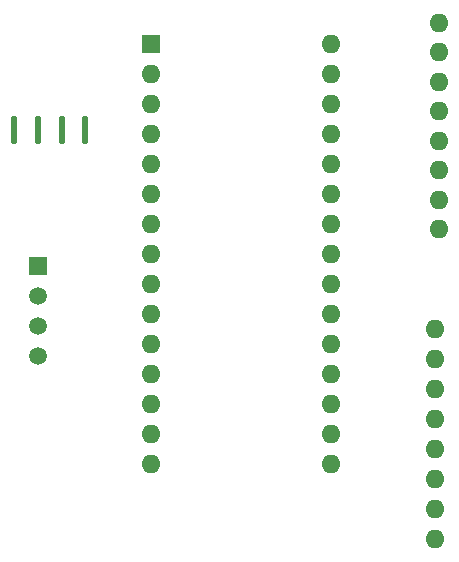
<source format=gbr>
%TF.GenerationSoftware,KiCad,Pcbnew,(6.0.7)*%
%TF.CreationDate,2023-07-05T17:17:39+02:00*%
%TF.ProjectId,project_alpha,70726f6a-6563-4745-9f61-6c7068612e6b,rev?*%
%TF.SameCoordinates,Original*%
%TF.FileFunction,Soldermask,Top*%
%TF.FilePolarity,Negative*%
%FSLAX46Y46*%
G04 Gerber Fmt 4.6, Leading zero omitted, Abs format (unit mm)*
G04 Created by KiCad (PCBNEW (6.0.7)) date 2023-07-05 17:17:39*
%MOMM*%
%LPD*%
G01*
G04 APERTURE LIST*
G04 Aperture macros list*
%AMRoundRect*
0 Rectangle with rounded corners*
0 $1 Rounding radius*
0 $2 $3 $4 $5 $6 $7 $8 $9 X,Y pos of 4 corners*
0 Add a 4 corners polygon primitive as box body*
4,1,4,$2,$3,$4,$5,$6,$7,$8,$9,$2,$3,0*
0 Add four circle primitives for the rounded corners*
1,1,$1+$1,$2,$3*
1,1,$1+$1,$4,$5*
1,1,$1+$1,$6,$7*
1,1,$1+$1,$8,$9*
0 Add four rect primitives between the rounded corners*
20,1,$1+$1,$2,$3,$4,$5,0*
20,1,$1+$1,$4,$5,$6,$7,0*
20,1,$1+$1,$6,$7,$8,$9,0*
20,1,$1+$1,$8,$9,$2,$3,0*%
G04 Aperture macros list end*
%ADD10R,1.500000X1.500000*%
%ADD11C,1.500000*%
%ADD12RoundRect,0.125000X0.125000X1.025000X-0.125000X1.025000X-0.125000X-1.025000X0.125000X-1.025000X0*%
%ADD13R,1.600000X1.600000*%
%ADD14O,1.600000X1.600000*%
G04 APERTURE END LIST*
D10*
%TO.C,U1*%
X123000000Y-95000000D03*
D11*
X123000000Y-97540000D03*
X123000000Y-100080000D03*
X123000000Y-102620000D03*
%TD*%
D12*
%TO.C,MiCS1_1*%
X126981200Y-83500000D03*
X125000000Y-83500000D03*
X122968000Y-83500000D03*
X120936000Y-83500000D03*
%TD*%
D13*
%TO.C,Arduino_Nano_33_IOT1*%
X132530000Y-76240000D03*
D14*
X132530000Y-78780000D03*
X132530000Y-81320000D03*
X132530000Y-83860000D03*
X132530000Y-86400000D03*
X132530000Y-88940000D03*
X132530000Y-91480000D03*
X132530000Y-94020000D03*
X132530000Y-96560000D03*
X132530000Y-99100000D03*
X132530000Y-101640000D03*
X132530000Y-104180000D03*
X132530000Y-106720000D03*
X132530000Y-109260000D03*
X132530000Y-111800000D03*
X147770000Y-111800000D03*
X147770000Y-109260000D03*
X147770000Y-106720000D03*
X147770000Y-104180000D03*
X147770000Y-101640000D03*
X147770000Y-99100000D03*
X147770000Y-96560000D03*
X147770000Y-94020000D03*
X147770000Y-91480000D03*
X147770000Y-88940000D03*
X147770000Y-86400000D03*
X147770000Y-83860000D03*
X147770000Y-81320000D03*
X147770000Y-78780000D03*
X147770000Y-76240000D03*
%TD*%
%TO.C,CCS811_1*%
X156585000Y-100350000D03*
X156585000Y-102890000D03*
X156585000Y-105430000D03*
X156585000Y-107970000D03*
X156585000Y-110510000D03*
X156585000Y-113050000D03*
X156585000Y-115590000D03*
X156585000Y-118130000D03*
%TD*%
%TO.C,PMS5003_1*%
X156900000Y-74400000D03*
X156900000Y-76900000D03*
X156900000Y-79400000D03*
X156900000Y-81900000D03*
X156900000Y-84400000D03*
X156900000Y-86900000D03*
X156900000Y-89400000D03*
X156900000Y-91900000D03*
%TD*%
M02*

</source>
